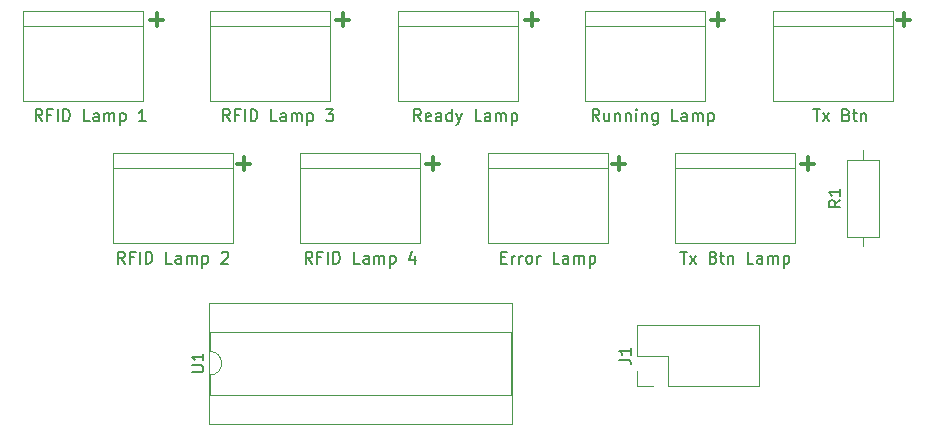
<source format=gto>
%TF.GenerationSoftware,KiCad,Pcbnew,7.0.7*%
%TF.CreationDate,2023-09-28T15:42:35-05:00*%
%TF.ProjectId,iowa-rover-kiosk-lamps,696f7761-2d72-46f7-9665-722d6b696f73,rev?*%
%TF.SameCoordinates,Original*%
%TF.FileFunction,Legend,Top*%
%TF.FilePolarity,Positive*%
%FSLAX46Y46*%
G04 Gerber Fmt 4.6, Leading zero omitted, Abs format (unit mm)*
G04 Created by KiCad (PCBNEW 7.0.7) date 2023-09-28 15:42:35*
%MOMM*%
%LPD*%
G01*
G04 APERTURE LIST*
%ADD10C,0.300000*%
%ADD11C,0.150000*%
%ADD12C,0.120000*%
%ADD13R,3.000000X3.000000*%
%ADD14C,3.000000*%
%ADD15R,1.600000X1.600000*%
%ADD16O,1.600000X1.600000*%
%ADD17R,1.700000X1.700000*%
%ADD18O,1.700000X1.700000*%
%ADD19C,1.600000*%
%ADD20C,2.500000*%
G04 APERTURE END LIST*
D10*
X100537489Y-43425400D02*
X99394632Y-43425400D01*
X99966060Y-43996828D02*
X99966060Y-42853971D01*
X156417489Y-31233400D02*
X155274632Y-31233400D01*
X155846060Y-31804828D02*
X155846060Y-30661971D01*
X93171489Y-31233400D02*
X92028632Y-31233400D01*
X92600060Y-31804828D02*
X92600060Y-30661971D01*
X148289489Y-43425400D02*
X147146632Y-43425400D01*
X147718060Y-43996828D02*
X147718060Y-42853971D01*
X132287489Y-43425400D02*
X131144632Y-43425400D01*
X131716060Y-43996828D02*
X131716060Y-42853971D01*
X124921489Y-31233400D02*
X123778632Y-31233400D01*
X124350060Y-31804828D02*
X124350060Y-30661971D01*
X108919489Y-31233400D02*
X107776632Y-31233400D01*
X108348060Y-31804828D02*
X108348060Y-30661971D01*
X116539489Y-43425400D02*
X115396632Y-43425400D01*
X115968060Y-43996828D02*
X115968060Y-42853971D01*
X140669489Y-31233400D02*
X139526632Y-31233400D01*
X140098060Y-31804828D02*
X140098060Y-30661971D01*
D11*
X89908571Y-51889819D02*
X89575238Y-51413628D01*
X89337143Y-51889819D02*
X89337143Y-50889819D01*
X89337143Y-50889819D02*
X89718095Y-50889819D01*
X89718095Y-50889819D02*
X89813333Y-50937438D01*
X89813333Y-50937438D02*
X89860952Y-50985057D01*
X89860952Y-50985057D02*
X89908571Y-51080295D01*
X89908571Y-51080295D02*
X89908571Y-51223152D01*
X89908571Y-51223152D02*
X89860952Y-51318390D01*
X89860952Y-51318390D02*
X89813333Y-51366009D01*
X89813333Y-51366009D02*
X89718095Y-51413628D01*
X89718095Y-51413628D02*
X89337143Y-51413628D01*
X90670476Y-51366009D02*
X90337143Y-51366009D01*
X90337143Y-51889819D02*
X90337143Y-50889819D01*
X90337143Y-50889819D02*
X90813333Y-50889819D01*
X91194286Y-51889819D02*
X91194286Y-50889819D01*
X91670476Y-51889819D02*
X91670476Y-50889819D01*
X91670476Y-50889819D02*
X91908571Y-50889819D01*
X91908571Y-50889819D02*
X92051428Y-50937438D01*
X92051428Y-50937438D02*
X92146666Y-51032676D01*
X92146666Y-51032676D02*
X92194285Y-51127914D01*
X92194285Y-51127914D02*
X92241904Y-51318390D01*
X92241904Y-51318390D02*
X92241904Y-51461247D01*
X92241904Y-51461247D02*
X92194285Y-51651723D01*
X92194285Y-51651723D02*
X92146666Y-51746961D01*
X92146666Y-51746961D02*
X92051428Y-51842200D01*
X92051428Y-51842200D02*
X91908571Y-51889819D01*
X91908571Y-51889819D02*
X91670476Y-51889819D01*
X93908571Y-51889819D02*
X93432381Y-51889819D01*
X93432381Y-51889819D02*
X93432381Y-50889819D01*
X94670476Y-51889819D02*
X94670476Y-51366009D01*
X94670476Y-51366009D02*
X94622857Y-51270771D01*
X94622857Y-51270771D02*
X94527619Y-51223152D01*
X94527619Y-51223152D02*
X94337143Y-51223152D01*
X94337143Y-51223152D02*
X94241905Y-51270771D01*
X94670476Y-51842200D02*
X94575238Y-51889819D01*
X94575238Y-51889819D02*
X94337143Y-51889819D01*
X94337143Y-51889819D02*
X94241905Y-51842200D01*
X94241905Y-51842200D02*
X94194286Y-51746961D01*
X94194286Y-51746961D02*
X94194286Y-51651723D01*
X94194286Y-51651723D02*
X94241905Y-51556485D01*
X94241905Y-51556485D02*
X94337143Y-51508866D01*
X94337143Y-51508866D02*
X94575238Y-51508866D01*
X94575238Y-51508866D02*
X94670476Y-51461247D01*
X95146667Y-51889819D02*
X95146667Y-51223152D01*
X95146667Y-51318390D02*
X95194286Y-51270771D01*
X95194286Y-51270771D02*
X95289524Y-51223152D01*
X95289524Y-51223152D02*
X95432381Y-51223152D01*
X95432381Y-51223152D02*
X95527619Y-51270771D01*
X95527619Y-51270771D02*
X95575238Y-51366009D01*
X95575238Y-51366009D02*
X95575238Y-51889819D01*
X95575238Y-51366009D02*
X95622857Y-51270771D01*
X95622857Y-51270771D02*
X95718095Y-51223152D01*
X95718095Y-51223152D02*
X95860952Y-51223152D01*
X95860952Y-51223152D02*
X95956191Y-51270771D01*
X95956191Y-51270771D02*
X96003810Y-51366009D01*
X96003810Y-51366009D02*
X96003810Y-51889819D01*
X96480000Y-51223152D02*
X96480000Y-52223152D01*
X96480000Y-51270771D02*
X96575238Y-51223152D01*
X96575238Y-51223152D02*
X96765714Y-51223152D01*
X96765714Y-51223152D02*
X96860952Y-51270771D01*
X96860952Y-51270771D02*
X96908571Y-51318390D01*
X96908571Y-51318390D02*
X96956190Y-51413628D01*
X96956190Y-51413628D02*
X96956190Y-51699342D01*
X96956190Y-51699342D02*
X96908571Y-51794580D01*
X96908571Y-51794580D02*
X96860952Y-51842200D01*
X96860952Y-51842200D02*
X96765714Y-51889819D01*
X96765714Y-51889819D02*
X96575238Y-51889819D01*
X96575238Y-51889819D02*
X96480000Y-51842200D01*
X98099048Y-50985057D02*
X98146667Y-50937438D01*
X98146667Y-50937438D02*
X98241905Y-50889819D01*
X98241905Y-50889819D02*
X98480000Y-50889819D01*
X98480000Y-50889819D02*
X98575238Y-50937438D01*
X98575238Y-50937438D02*
X98622857Y-50985057D01*
X98622857Y-50985057D02*
X98670476Y-51080295D01*
X98670476Y-51080295D02*
X98670476Y-51175533D01*
X98670476Y-51175533D02*
X98622857Y-51318390D01*
X98622857Y-51318390D02*
X98051429Y-51889819D01*
X98051429Y-51889819D02*
X98670476Y-51889819D01*
X105783571Y-51889819D02*
X105450238Y-51413628D01*
X105212143Y-51889819D02*
X105212143Y-50889819D01*
X105212143Y-50889819D02*
X105593095Y-50889819D01*
X105593095Y-50889819D02*
X105688333Y-50937438D01*
X105688333Y-50937438D02*
X105735952Y-50985057D01*
X105735952Y-50985057D02*
X105783571Y-51080295D01*
X105783571Y-51080295D02*
X105783571Y-51223152D01*
X105783571Y-51223152D02*
X105735952Y-51318390D01*
X105735952Y-51318390D02*
X105688333Y-51366009D01*
X105688333Y-51366009D02*
X105593095Y-51413628D01*
X105593095Y-51413628D02*
X105212143Y-51413628D01*
X106545476Y-51366009D02*
X106212143Y-51366009D01*
X106212143Y-51889819D02*
X106212143Y-50889819D01*
X106212143Y-50889819D02*
X106688333Y-50889819D01*
X107069286Y-51889819D02*
X107069286Y-50889819D01*
X107545476Y-51889819D02*
X107545476Y-50889819D01*
X107545476Y-50889819D02*
X107783571Y-50889819D01*
X107783571Y-50889819D02*
X107926428Y-50937438D01*
X107926428Y-50937438D02*
X108021666Y-51032676D01*
X108021666Y-51032676D02*
X108069285Y-51127914D01*
X108069285Y-51127914D02*
X108116904Y-51318390D01*
X108116904Y-51318390D02*
X108116904Y-51461247D01*
X108116904Y-51461247D02*
X108069285Y-51651723D01*
X108069285Y-51651723D02*
X108021666Y-51746961D01*
X108021666Y-51746961D02*
X107926428Y-51842200D01*
X107926428Y-51842200D02*
X107783571Y-51889819D01*
X107783571Y-51889819D02*
X107545476Y-51889819D01*
X109783571Y-51889819D02*
X109307381Y-51889819D01*
X109307381Y-51889819D02*
X109307381Y-50889819D01*
X110545476Y-51889819D02*
X110545476Y-51366009D01*
X110545476Y-51366009D02*
X110497857Y-51270771D01*
X110497857Y-51270771D02*
X110402619Y-51223152D01*
X110402619Y-51223152D02*
X110212143Y-51223152D01*
X110212143Y-51223152D02*
X110116905Y-51270771D01*
X110545476Y-51842200D02*
X110450238Y-51889819D01*
X110450238Y-51889819D02*
X110212143Y-51889819D01*
X110212143Y-51889819D02*
X110116905Y-51842200D01*
X110116905Y-51842200D02*
X110069286Y-51746961D01*
X110069286Y-51746961D02*
X110069286Y-51651723D01*
X110069286Y-51651723D02*
X110116905Y-51556485D01*
X110116905Y-51556485D02*
X110212143Y-51508866D01*
X110212143Y-51508866D02*
X110450238Y-51508866D01*
X110450238Y-51508866D02*
X110545476Y-51461247D01*
X111021667Y-51889819D02*
X111021667Y-51223152D01*
X111021667Y-51318390D02*
X111069286Y-51270771D01*
X111069286Y-51270771D02*
X111164524Y-51223152D01*
X111164524Y-51223152D02*
X111307381Y-51223152D01*
X111307381Y-51223152D02*
X111402619Y-51270771D01*
X111402619Y-51270771D02*
X111450238Y-51366009D01*
X111450238Y-51366009D02*
X111450238Y-51889819D01*
X111450238Y-51366009D02*
X111497857Y-51270771D01*
X111497857Y-51270771D02*
X111593095Y-51223152D01*
X111593095Y-51223152D02*
X111735952Y-51223152D01*
X111735952Y-51223152D02*
X111831191Y-51270771D01*
X111831191Y-51270771D02*
X111878810Y-51366009D01*
X111878810Y-51366009D02*
X111878810Y-51889819D01*
X112355000Y-51223152D02*
X112355000Y-52223152D01*
X112355000Y-51270771D02*
X112450238Y-51223152D01*
X112450238Y-51223152D02*
X112640714Y-51223152D01*
X112640714Y-51223152D02*
X112735952Y-51270771D01*
X112735952Y-51270771D02*
X112783571Y-51318390D01*
X112783571Y-51318390D02*
X112831190Y-51413628D01*
X112831190Y-51413628D02*
X112831190Y-51699342D01*
X112831190Y-51699342D02*
X112783571Y-51794580D01*
X112783571Y-51794580D02*
X112735952Y-51842200D01*
X112735952Y-51842200D02*
X112640714Y-51889819D01*
X112640714Y-51889819D02*
X112450238Y-51889819D01*
X112450238Y-51889819D02*
X112355000Y-51842200D01*
X114450238Y-51223152D02*
X114450238Y-51889819D01*
X114212143Y-50842200D02*
X113974048Y-51556485D01*
X113974048Y-51556485D02*
X114593095Y-51556485D01*
X95549819Y-61086904D02*
X96359342Y-61086904D01*
X96359342Y-61086904D02*
X96454580Y-61039285D01*
X96454580Y-61039285D02*
X96502200Y-60991666D01*
X96502200Y-60991666D02*
X96549819Y-60896428D01*
X96549819Y-60896428D02*
X96549819Y-60705952D01*
X96549819Y-60705952D02*
X96502200Y-60610714D01*
X96502200Y-60610714D02*
X96454580Y-60563095D01*
X96454580Y-60563095D02*
X96359342Y-60515476D01*
X96359342Y-60515476D02*
X95549819Y-60515476D01*
X96549819Y-59515476D02*
X96549819Y-60086904D01*
X96549819Y-59801190D02*
X95549819Y-59801190D01*
X95549819Y-59801190D02*
X95692676Y-59896428D01*
X95692676Y-59896428D02*
X95787914Y-59991666D01*
X95787914Y-59991666D02*
X95835533Y-60086904D01*
X121777618Y-51366009D02*
X122110951Y-51366009D01*
X122253808Y-51889819D02*
X121777618Y-51889819D01*
X121777618Y-51889819D02*
X121777618Y-50889819D01*
X121777618Y-50889819D02*
X122253808Y-50889819D01*
X122682380Y-51889819D02*
X122682380Y-51223152D01*
X122682380Y-51413628D02*
X122729999Y-51318390D01*
X122729999Y-51318390D02*
X122777618Y-51270771D01*
X122777618Y-51270771D02*
X122872856Y-51223152D01*
X122872856Y-51223152D02*
X122968094Y-51223152D01*
X123301428Y-51889819D02*
X123301428Y-51223152D01*
X123301428Y-51413628D02*
X123349047Y-51318390D01*
X123349047Y-51318390D02*
X123396666Y-51270771D01*
X123396666Y-51270771D02*
X123491904Y-51223152D01*
X123491904Y-51223152D02*
X123587142Y-51223152D01*
X124063333Y-51889819D02*
X123968095Y-51842200D01*
X123968095Y-51842200D02*
X123920476Y-51794580D01*
X123920476Y-51794580D02*
X123872857Y-51699342D01*
X123872857Y-51699342D02*
X123872857Y-51413628D01*
X123872857Y-51413628D02*
X123920476Y-51318390D01*
X123920476Y-51318390D02*
X123968095Y-51270771D01*
X123968095Y-51270771D02*
X124063333Y-51223152D01*
X124063333Y-51223152D02*
X124206190Y-51223152D01*
X124206190Y-51223152D02*
X124301428Y-51270771D01*
X124301428Y-51270771D02*
X124349047Y-51318390D01*
X124349047Y-51318390D02*
X124396666Y-51413628D01*
X124396666Y-51413628D02*
X124396666Y-51699342D01*
X124396666Y-51699342D02*
X124349047Y-51794580D01*
X124349047Y-51794580D02*
X124301428Y-51842200D01*
X124301428Y-51842200D02*
X124206190Y-51889819D01*
X124206190Y-51889819D02*
X124063333Y-51889819D01*
X124825238Y-51889819D02*
X124825238Y-51223152D01*
X124825238Y-51413628D02*
X124872857Y-51318390D01*
X124872857Y-51318390D02*
X124920476Y-51270771D01*
X124920476Y-51270771D02*
X125015714Y-51223152D01*
X125015714Y-51223152D02*
X125110952Y-51223152D01*
X126682381Y-51889819D02*
X126206191Y-51889819D01*
X126206191Y-51889819D02*
X126206191Y-50889819D01*
X127444286Y-51889819D02*
X127444286Y-51366009D01*
X127444286Y-51366009D02*
X127396667Y-51270771D01*
X127396667Y-51270771D02*
X127301429Y-51223152D01*
X127301429Y-51223152D02*
X127110953Y-51223152D01*
X127110953Y-51223152D02*
X127015715Y-51270771D01*
X127444286Y-51842200D02*
X127349048Y-51889819D01*
X127349048Y-51889819D02*
X127110953Y-51889819D01*
X127110953Y-51889819D02*
X127015715Y-51842200D01*
X127015715Y-51842200D02*
X126968096Y-51746961D01*
X126968096Y-51746961D02*
X126968096Y-51651723D01*
X126968096Y-51651723D02*
X127015715Y-51556485D01*
X127015715Y-51556485D02*
X127110953Y-51508866D01*
X127110953Y-51508866D02*
X127349048Y-51508866D01*
X127349048Y-51508866D02*
X127444286Y-51461247D01*
X127920477Y-51889819D02*
X127920477Y-51223152D01*
X127920477Y-51318390D02*
X127968096Y-51270771D01*
X127968096Y-51270771D02*
X128063334Y-51223152D01*
X128063334Y-51223152D02*
X128206191Y-51223152D01*
X128206191Y-51223152D02*
X128301429Y-51270771D01*
X128301429Y-51270771D02*
X128349048Y-51366009D01*
X128349048Y-51366009D02*
X128349048Y-51889819D01*
X128349048Y-51366009D02*
X128396667Y-51270771D01*
X128396667Y-51270771D02*
X128491905Y-51223152D01*
X128491905Y-51223152D02*
X128634762Y-51223152D01*
X128634762Y-51223152D02*
X128730001Y-51270771D01*
X128730001Y-51270771D02*
X128777620Y-51366009D01*
X128777620Y-51366009D02*
X128777620Y-51889819D01*
X129253810Y-51223152D02*
X129253810Y-52223152D01*
X129253810Y-51270771D02*
X129349048Y-51223152D01*
X129349048Y-51223152D02*
X129539524Y-51223152D01*
X129539524Y-51223152D02*
X129634762Y-51270771D01*
X129634762Y-51270771D02*
X129682381Y-51318390D01*
X129682381Y-51318390D02*
X129730000Y-51413628D01*
X129730000Y-51413628D02*
X129730000Y-51699342D01*
X129730000Y-51699342D02*
X129682381Y-51794580D01*
X129682381Y-51794580D02*
X129634762Y-51842200D01*
X129634762Y-51842200D02*
X129539524Y-51889819D01*
X129539524Y-51889819D02*
X129349048Y-51889819D01*
X129349048Y-51889819D02*
X129253810Y-51842200D01*
X131754819Y-60028333D02*
X132469104Y-60028333D01*
X132469104Y-60028333D02*
X132611961Y-60075952D01*
X132611961Y-60075952D02*
X132707200Y-60171190D01*
X132707200Y-60171190D02*
X132754819Y-60314047D01*
X132754819Y-60314047D02*
X132754819Y-60409285D01*
X132754819Y-59028333D02*
X132754819Y-59599761D01*
X132754819Y-59314047D02*
X131754819Y-59314047D01*
X131754819Y-59314047D02*
X131897676Y-59409285D01*
X131897676Y-59409285D02*
X131992914Y-59504523D01*
X131992914Y-59504523D02*
X132040533Y-59599761D01*
X150484819Y-46521666D02*
X150008628Y-46854999D01*
X150484819Y-47093094D02*
X149484819Y-47093094D01*
X149484819Y-47093094D02*
X149484819Y-46712142D01*
X149484819Y-46712142D02*
X149532438Y-46616904D01*
X149532438Y-46616904D02*
X149580057Y-46569285D01*
X149580057Y-46569285D02*
X149675295Y-46521666D01*
X149675295Y-46521666D02*
X149818152Y-46521666D01*
X149818152Y-46521666D02*
X149913390Y-46569285D01*
X149913390Y-46569285D02*
X149961009Y-46616904D01*
X149961009Y-46616904D02*
X150008628Y-46712142D01*
X150008628Y-46712142D02*
X150008628Y-47093094D01*
X150484819Y-45569285D02*
X150484819Y-46140713D01*
X150484819Y-45854999D02*
X149484819Y-45854999D01*
X149484819Y-45854999D02*
X149627676Y-45950237D01*
X149627676Y-45950237D02*
X149722914Y-46045475D01*
X149722914Y-46045475D02*
X149770533Y-46140713D01*
X148185476Y-38824819D02*
X148756904Y-38824819D01*
X148471190Y-39824819D02*
X148471190Y-38824819D01*
X148995000Y-39824819D02*
X149518809Y-39158152D01*
X148995000Y-39158152D02*
X149518809Y-39824819D01*
X150995000Y-39301009D02*
X151137857Y-39348628D01*
X151137857Y-39348628D02*
X151185476Y-39396247D01*
X151185476Y-39396247D02*
X151233095Y-39491485D01*
X151233095Y-39491485D02*
X151233095Y-39634342D01*
X151233095Y-39634342D02*
X151185476Y-39729580D01*
X151185476Y-39729580D02*
X151137857Y-39777200D01*
X151137857Y-39777200D02*
X151042619Y-39824819D01*
X151042619Y-39824819D02*
X150661667Y-39824819D01*
X150661667Y-39824819D02*
X150661667Y-38824819D01*
X150661667Y-38824819D02*
X150995000Y-38824819D01*
X150995000Y-38824819D02*
X151090238Y-38872438D01*
X151090238Y-38872438D02*
X151137857Y-38920057D01*
X151137857Y-38920057D02*
X151185476Y-39015295D01*
X151185476Y-39015295D02*
X151185476Y-39110533D01*
X151185476Y-39110533D02*
X151137857Y-39205771D01*
X151137857Y-39205771D02*
X151090238Y-39253390D01*
X151090238Y-39253390D02*
X150995000Y-39301009D01*
X150995000Y-39301009D02*
X150661667Y-39301009D01*
X151518810Y-39158152D02*
X151899762Y-39158152D01*
X151661667Y-38824819D02*
X151661667Y-39681961D01*
X151661667Y-39681961D02*
X151709286Y-39777200D01*
X151709286Y-39777200D02*
X151804524Y-39824819D01*
X151804524Y-39824819D02*
X151899762Y-39824819D01*
X152233096Y-39158152D02*
X152233096Y-39824819D01*
X152233096Y-39253390D02*
X152280715Y-39205771D01*
X152280715Y-39205771D02*
X152375953Y-39158152D01*
X152375953Y-39158152D02*
X152518810Y-39158152D01*
X152518810Y-39158152D02*
X152614048Y-39205771D01*
X152614048Y-39205771D02*
X152661667Y-39301009D01*
X152661667Y-39301009D02*
X152661667Y-39824819D01*
X136938333Y-50889819D02*
X137509761Y-50889819D01*
X137224047Y-51889819D02*
X137224047Y-50889819D01*
X137747857Y-51889819D02*
X138271666Y-51223152D01*
X137747857Y-51223152D02*
X138271666Y-51889819D01*
X139747857Y-51366009D02*
X139890714Y-51413628D01*
X139890714Y-51413628D02*
X139938333Y-51461247D01*
X139938333Y-51461247D02*
X139985952Y-51556485D01*
X139985952Y-51556485D02*
X139985952Y-51699342D01*
X139985952Y-51699342D02*
X139938333Y-51794580D01*
X139938333Y-51794580D02*
X139890714Y-51842200D01*
X139890714Y-51842200D02*
X139795476Y-51889819D01*
X139795476Y-51889819D02*
X139414524Y-51889819D01*
X139414524Y-51889819D02*
X139414524Y-50889819D01*
X139414524Y-50889819D02*
X139747857Y-50889819D01*
X139747857Y-50889819D02*
X139843095Y-50937438D01*
X139843095Y-50937438D02*
X139890714Y-50985057D01*
X139890714Y-50985057D02*
X139938333Y-51080295D01*
X139938333Y-51080295D02*
X139938333Y-51175533D01*
X139938333Y-51175533D02*
X139890714Y-51270771D01*
X139890714Y-51270771D02*
X139843095Y-51318390D01*
X139843095Y-51318390D02*
X139747857Y-51366009D01*
X139747857Y-51366009D02*
X139414524Y-51366009D01*
X140271667Y-51223152D02*
X140652619Y-51223152D01*
X140414524Y-50889819D02*
X140414524Y-51746961D01*
X140414524Y-51746961D02*
X140462143Y-51842200D01*
X140462143Y-51842200D02*
X140557381Y-51889819D01*
X140557381Y-51889819D02*
X140652619Y-51889819D01*
X140985953Y-51223152D02*
X140985953Y-51889819D01*
X140985953Y-51318390D02*
X141033572Y-51270771D01*
X141033572Y-51270771D02*
X141128810Y-51223152D01*
X141128810Y-51223152D02*
X141271667Y-51223152D01*
X141271667Y-51223152D02*
X141366905Y-51270771D01*
X141366905Y-51270771D02*
X141414524Y-51366009D01*
X141414524Y-51366009D02*
X141414524Y-51889819D01*
X143128810Y-51889819D02*
X142652620Y-51889819D01*
X142652620Y-51889819D02*
X142652620Y-50889819D01*
X143890715Y-51889819D02*
X143890715Y-51366009D01*
X143890715Y-51366009D02*
X143843096Y-51270771D01*
X143843096Y-51270771D02*
X143747858Y-51223152D01*
X143747858Y-51223152D02*
X143557382Y-51223152D01*
X143557382Y-51223152D02*
X143462144Y-51270771D01*
X143890715Y-51842200D02*
X143795477Y-51889819D01*
X143795477Y-51889819D02*
X143557382Y-51889819D01*
X143557382Y-51889819D02*
X143462144Y-51842200D01*
X143462144Y-51842200D02*
X143414525Y-51746961D01*
X143414525Y-51746961D02*
X143414525Y-51651723D01*
X143414525Y-51651723D02*
X143462144Y-51556485D01*
X143462144Y-51556485D02*
X143557382Y-51508866D01*
X143557382Y-51508866D02*
X143795477Y-51508866D01*
X143795477Y-51508866D02*
X143890715Y-51461247D01*
X144366906Y-51889819D02*
X144366906Y-51223152D01*
X144366906Y-51318390D02*
X144414525Y-51270771D01*
X144414525Y-51270771D02*
X144509763Y-51223152D01*
X144509763Y-51223152D02*
X144652620Y-51223152D01*
X144652620Y-51223152D02*
X144747858Y-51270771D01*
X144747858Y-51270771D02*
X144795477Y-51366009D01*
X144795477Y-51366009D02*
X144795477Y-51889819D01*
X144795477Y-51366009D02*
X144843096Y-51270771D01*
X144843096Y-51270771D02*
X144938334Y-51223152D01*
X144938334Y-51223152D02*
X145081191Y-51223152D01*
X145081191Y-51223152D02*
X145176430Y-51270771D01*
X145176430Y-51270771D02*
X145224049Y-51366009D01*
X145224049Y-51366009D02*
X145224049Y-51889819D01*
X145700239Y-51223152D02*
X145700239Y-52223152D01*
X145700239Y-51270771D02*
X145795477Y-51223152D01*
X145795477Y-51223152D02*
X145985953Y-51223152D01*
X145985953Y-51223152D02*
X146081191Y-51270771D01*
X146081191Y-51270771D02*
X146128810Y-51318390D01*
X146128810Y-51318390D02*
X146176429Y-51413628D01*
X146176429Y-51413628D02*
X146176429Y-51699342D01*
X146176429Y-51699342D02*
X146128810Y-51794580D01*
X146128810Y-51794580D02*
X146081191Y-51842200D01*
X146081191Y-51842200D02*
X145985953Y-51889819D01*
X145985953Y-51889819D02*
X145795477Y-51889819D01*
X145795477Y-51889819D02*
X145700239Y-51842200D01*
X114983094Y-39824819D02*
X114649761Y-39348628D01*
X114411666Y-39824819D02*
X114411666Y-38824819D01*
X114411666Y-38824819D02*
X114792618Y-38824819D01*
X114792618Y-38824819D02*
X114887856Y-38872438D01*
X114887856Y-38872438D02*
X114935475Y-38920057D01*
X114935475Y-38920057D02*
X114983094Y-39015295D01*
X114983094Y-39015295D02*
X114983094Y-39158152D01*
X114983094Y-39158152D02*
X114935475Y-39253390D01*
X114935475Y-39253390D02*
X114887856Y-39301009D01*
X114887856Y-39301009D02*
X114792618Y-39348628D01*
X114792618Y-39348628D02*
X114411666Y-39348628D01*
X115792618Y-39777200D02*
X115697380Y-39824819D01*
X115697380Y-39824819D02*
X115506904Y-39824819D01*
X115506904Y-39824819D02*
X115411666Y-39777200D01*
X115411666Y-39777200D02*
X115364047Y-39681961D01*
X115364047Y-39681961D02*
X115364047Y-39301009D01*
X115364047Y-39301009D02*
X115411666Y-39205771D01*
X115411666Y-39205771D02*
X115506904Y-39158152D01*
X115506904Y-39158152D02*
X115697380Y-39158152D01*
X115697380Y-39158152D02*
X115792618Y-39205771D01*
X115792618Y-39205771D02*
X115840237Y-39301009D01*
X115840237Y-39301009D02*
X115840237Y-39396247D01*
X115840237Y-39396247D02*
X115364047Y-39491485D01*
X116697380Y-39824819D02*
X116697380Y-39301009D01*
X116697380Y-39301009D02*
X116649761Y-39205771D01*
X116649761Y-39205771D02*
X116554523Y-39158152D01*
X116554523Y-39158152D02*
X116364047Y-39158152D01*
X116364047Y-39158152D02*
X116268809Y-39205771D01*
X116697380Y-39777200D02*
X116602142Y-39824819D01*
X116602142Y-39824819D02*
X116364047Y-39824819D01*
X116364047Y-39824819D02*
X116268809Y-39777200D01*
X116268809Y-39777200D02*
X116221190Y-39681961D01*
X116221190Y-39681961D02*
X116221190Y-39586723D01*
X116221190Y-39586723D02*
X116268809Y-39491485D01*
X116268809Y-39491485D02*
X116364047Y-39443866D01*
X116364047Y-39443866D02*
X116602142Y-39443866D01*
X116602142Y-39443866D02*
X116697380Y-39396247D01*
X117602142Y-39824819D02*
X117602142Y-38824819D01*
X117602142Y-39777200D02*
X117506904Y-39824819D01*
X117506904Y-39824819D02*
X117316428Y-39824819D01*
X117316428Y-39824819D02*
X117221190Y-39777200D01*
X117221190Y-39777200D02*
X117173571Y-39729580D01*
X117173571Y-39729580D02*
X117125952Y-39634342D01*
X117125952Y-39634342D02*
X117125952Y-39348628D01*
X117125952Y-39348628D02*
X117173571Y-39253390D01*
X117173571Y-39253390D02*
X117221190Y-39205771D01*
X117221190Y-39205771D02*
X117316428Y-39158152D01*
X117316428Y-39158152D02*
X117506904Y-39158152D01*
X117506904Y-39158152D02*
X117602142Y-39205771D01*
X117983095Y-39158152D02*
X118221190Y-39824819D01*
X118459285Y-39158152D02*
X118221190Y-39824819D01*
X118221190Y-39824819D02*
X118125952Y-40062914D01*
X118125952Y-40062914D02*
X118078333Y-40110533D01*
X118078333Y-40110533D02*
X117983095Y-40158152D01*
X120078333Y-39824819D02*
X119602143Y-39824819D01*
X119602143Y-39824819D02*
X119602143Y-38824819D01*
X120840238Y-39824819D02*
X120840238Y-39301009D01*
X120840238Y-39301009D02*
X120792619Y-39205771D01*
X120792619Y-39205771D02*
X120697381Y-39158152D01*
X120697381Y-39158152D02*
X120506905Y-39158152D01*
X120506905Y-39158152D02*
X120411667Y-39205771D01*
X120840238Y-39777200D02*
X120745000Y-39824819D01*
X120745000Y-39824819D02*
X120506905Y-39824819D01*
X120506905Y-39824819D02*
X120411667Y-39777200D01*
X120411667Y-39777200D02*
X120364048Y-39681961D01*
X120364048Y-39681961D02*
X120364048Y-39586723D01*
X120364048Y-39586723D02*
X120411667Y-39491485D01*
X120411667Y-39491485D02*
X120506905Y-39443866D01*
X120506905Y-39443866D02*
X120745000Y-39443866D01*
X120745000Y-39443866D02*
X120840238Y-39396247D01*
X121316429Y-39824819D02*
X121316429Y-39158152D01*
X121316429Y-39253390D02*
X121364048Y-39205771D01*
X121364048Y-39205771D02*
X121459286Y-39158152D01*
X121459286Y-39158152D02*
X121602143Y-39158152D01*
X121602143Y-39158152D02*
X121697381Y-39205771D01*
X121697381Y-39205771D02*
X121745000Y-39301009D01*
X121745000Y-39301009D02*
X121745000Y-39824819D01*
X121745000Y-39301009D02*
X121792619Y-39205771D01*
X121792619Y-39205771D02*
X121887857Y-39158152D01*
X121887857Y-39158152D02*
X122030714Y-39158152D01*
X122030714Y-39158152D02*
X122125953Y-39205771D01*
X122125953Y-39205771D02*
X122173572Y-39301009D01*
X122173572Y-39301009D02*
X122173572Y-39824819D01*
X122649762Y-39158152D02*
X122649762Y-40158152D01*
X122649762Y-39205771D02*
X122745000Y-39158152D01*
X122745000Y-39158152D02*
X122935476Y-39158152D01*
X122935476Y-39158152D02*
X123030714Y-39205771D01*
X123030714Y-39205771D02*
X123078333Y-39253390D01*
X123078333Y-39253390D02*
X123125952Y-39348628D01*
X123125952Y-39348628D02*
X123125952Y-39634342D01*
X123125952Y-39634342D02*
X123078333Y-39729580D01*
X123078333Y-39729580D02*
X123030714Y-39777200D01*
X123030714Y-39777200D02*
X122935476Y-39824819D01*
X122935476Y-39824819D02*
X122745000Y-39824819D01*
X122745000Y-39824819D02*
X122649762Y-39777200D01*
X130072380Y-39824819D02*
X129739047Y-39348628D01*
X129500952Y-39824819D02*
X129500952Y-38824819D01*
X129500952Y-38824819D02*
X129881904Y-38824819D01*
X129881904Y-38824819D02*
X129977142Y-38872438D01*
X129977142Y-38872438D02*
X130024761Y-38920057D01*
X130024761Y-38920057D02*
X130072380Y-39015295D01*
X130072380Y-39015295D02*
X130072380Y-39158152D01*
X130072380Y-39158152D02*
X130024761Y-39253390D01*
X130024761Y-39253390D02*
X129977142Y-39301009D01*
X129977142Y-39301009D02*
X129881904Y-39348628D01*
X129881904Y-39348628D02*
X129500952Y-39348628D01*
X130929523Y-39158152D02*
X130929523Y-39824819D01*
X130500952Y-39158152D02*
X130500952Y-39681961D01*
X130500952Y-39681961D02*
X130548571Y-39777200D01*
X130548571Y-39777200D02*
X130643809Y-39824819D01*
X130643809Y-39824819D02*
X130786666Y-39824819D01*
X130786666Y-39824819D02*
X130881904Y-39777200D01*
X130881904Y-39777200D02*
X130929523Y-39729580D01*
X131405714Y-39158152D02*
X131405714Y-39824819D01*
X131405714Y-39253390D02*
X131453333Y-39205771D01*
X131453333Y-39205771D02*
X131548571Y-39158152D01*
X131548571Y-39158152D02*
X131691428Y-39158152D01*
X131691428Y-39158152D02*
X131786666Y-39205771D01*
X131786666Y-39205771D02*
X131834285Y-39301009D01*
X131834285Y-39301009D02*
X131834285Y-39824819D01*
X132310476Y-39158152D02*
X132310476Y-39824819D01*
X132310476Y-39253390D02*
X132358095Y-39205771D01*
X132358095Y-39205771D02*
X132453333Y-39158152D01*
X132453333Y-39158152D02*
X132596190Y-39158152D01*
X132596190Y-39158152D02*
X132691428Y-39205771D01*
X132691428Y-39205771D02*
X132739047Y-39301009D01*
X132739047Y-39301009D02*
X132739047Y-39824819D01*
X133215238Y-39824819D02*
X133215238Y-39158152D01*
X133215238Y-38824819D02*
X133167619Y-38872438D01*
X133167619Y-38872438D02*
X133215238Y-38920057D01*
X133215238Y-38920057D02*
X133262857Y-38872438D01*
X133262857Y-38872438D02*
X133215238Y-38824819D01*
X133215238Y-38824819D02*
X133215238Y-38920057D01*
X133691428Y-39158152D02*
X133691428Y-39824819D01*
X133691428Y-39253390D02*
X133739047Y-39205771D01*
X133739047Y-39205771D02*
X133834285Y-39158152D01*
X133834285Y-39158152D02*
X133977142Y-39158152D01*
X133977142Y-39158152D02*
X134072380Y-39205771D01*
X134072380Y-39205771D02*
X134119999Y-39301009D01*
X134119999Y-39301009D02*
X134119999Y-39824819D01*
X135024761Y-39158152D02*
X135024761Y-39967676D01*
X135024761Y-39967676D02*
X134977142Y-40062914D01*
X134977142Y-40062914D02*
X134929523Y-40110533D01*
X134929523Y-40110533D02*
X134834285Y-40158152D01*
X134834285Y-40158152D02*
X134691428Y-40158152D01*
X134691428Y-40158152D02*
X134596190Y-40110533D01*
X135024761Y-39777200D02*
X134929523Y-39824819D01*
X134929523Y-39824819D02*
X134739047Y-39824819D01*
X134739047Y-39824819D02*
X134643809Y-39777200D01*
X134643809Y-39777200D02*
X134596190Y-39729580D01*
X134596190Y-39729580D02*
X134548571Y-39634342D01*
X134548571Y-39634342D02*
X134548571Y-39348628D01*
X134548571Y-39348628D02*
X134596190Y-39253390D01*
X134596190Y-39253390D02*
X134643809Y-39205771D01*
X134643809Y-39205771D02*
X134739047Y-39158152D01*
X134739047Y-39158152D02*
X134929523Y-39158152D01*
X134929523Y-39158152D02*
X135024761Y-39205771D01*
X136739047Y-39824819D02*
X136262857Y-39824819D01*
X136262857Y-39824819D02*
X136262857Y-38824819D01*
X137500952Y-39824819D02*
X137500952Y-39301009D01*
X137500952Y-39301009D02*
X137453333Y-39205771D01*
X137453333Y-39205771D02*
X137358095Y-39158152D01*
X137358095Y-39158152D02*
X137167619Y-39158152D01*
X137167619Y-39158152D02*
X137072381Y-39205771D01*
X137500952Y-39777200D02*
X137405714Y-39824819D01*
X137405714Y-39824819D02*
X137167619Y-39824819D01*
X137167619Y-39824819D02*
X137072381Y-39777200D01*
X137072381Y-39777200D02*
X137024762Y-39681961D01*
X137024762Y-39681961D02*
X137024762Y-39586723D01*
X137024762Y-39586723D02*
X137072381Y-39491485D01*
X137072381Y-39491485D02*
X137167619Y-39443866D01*
X137167619Y-39443866D02*
X137405714Y-39443866D01*
X137405714Y-39443866D02*
X137500952Y-39396247D01*
X137977143Y-39824819D02*
X137977143Y-39158152D01*
X137977143Y-39253390D02*
X138024762Y-39205771D01*
X138024762Y-39205771D02*
X138120000Y-39158152D01*
X138120000Y-39158152D02*
X138262857Y-39158152D01*
X138262857Y-39158152D02*
X138358095Y-39205771D01*
X138358095Y-39205771D02*
X138405714Y-39301009D01*
X138405714Y-39301009D02*
X138405714Y-39824819D01*
X138405714Y-39301009D02*
X138453333Y-39205771D01*
X138453333Y-39205771D02*
X138548571Y-39158152D01*
X138548571Y-39158152D02*
X138691428Y-39158152D01*
X138691428Y-39158152D02*
X138786667Y-39205771D01*
X138786667Y-39205771D02*
X138834286Y-39301009D01*
X138834286Y-39301009D02*
X138834286Y-39824819D01*
X139310476Y-39158152D02*
X139310476Y-40158152D01*
X139310476Y-39205771D02*
X139405714Y-39158152D01*
X139405714Y-39158152D02*
X139596190Y-39158152D01*
X139596190Y-39158152D02*
X139691428Y-39205771D01*
X139691428Y-39205771D02*
X139739047Y-39253390D01*
X139739047Y-39253390D02*
X139786666Y-39348628D01*
X139786666Y-39348628D02*
X139786666Y-39634342D01*
X139786666Y-39634342D02*
X139739047Y-39729580D01*
X139739047Y-39729580D02*
X139691428Y-39777200D01*
X139691428Y-39777200D02*
X139596190Y-39824819D01*
X139596190Y-39824819D02*
X139405714Y-39824819D01*
X139405714Y-39824819D02*
X139310476Y-39777200D01*
X82923571Y-39824819D02*
X82590238Y-39348628D01*
X82352143Y-39824819D02*
X82352143Y-38824819D01*
X82352143Y-38824819D02*
X82733095Y-38824819D01*
X82733095Y-38824819D02*
X82828333Y-38872438D01*
X82828333Y-38872438D02*
X82875952Y-38920057D01*
X82875952Y-38920057D02*
X82923571Y-39015295D01*
X82923571Y-39015295D02*
X82923571Y-39158152D01*
X82923571Y-39158152D02*
X82875952Y-39253390D01*
X82875952Y-39253390D02*
X82828333Y-39301009D01*
X82828333Y-39301009D02*
X82733095Y-39348628D01*
X82733095Y-39348628D02*
X82352143Y-39348628D01*
X83685476Y-39301009D02*
X83352143Y-39301009D01*
X83352143Y-39824819D02*
X83352143Y-38824819D01*
X83352143Y-38824819D02*
X83828333Y-38824819D01*
X84209286Y-39824819D02*
X84209286Y-38824819D01*
X84685476Y-39824819D02*
X84685476Y-38824819D01*
X84685476Y-38824819D02*
X84923571Y-38824819D01*
X84923571Y-38824819D02*
X85066428Y-38872438D01*
X85066428Y-38872438D02*
X85161666Y-38967676D01*
X85161666Y-38967676D02*
X85209285Y-39062914D01*
X85209285Y-39062914D02*
X85256904Y-39253390D01*
X85256904Y-39253390D02*
X85256904Y-39396247D01*
X85256904Y-39396247D02*
X85209285Y-39586723D01*
X85209285Y-39586723D02*
X85161666Y-39681961D01*
X85161666Y-39681961D02*
X85066428Y-39777200D01*
X85066428Y-39777200D02*
X84923571Y-39824819D01*
X84923571Y-39824819D02*
X84685476Y-39824819D01*
X86923571Y-39824819D02*
X86447381Y-39824819D01*
X86447381Y-39824819D02*
X86447381Y-38824819D01*
X87685476Y-39824819D02*
X87685476Y-39301009D01*
X87685476Y-39301009D02*
X87637857Y-39205771D01*
X87637857Y-39205771D02*
X87542619Y-39158152D01*
X87542619Y-39158152D02*
X87352143Y-39158152D01*
X87352143Y-39158152D02*
X87256905Y-39205771D01*
X87685476Y-39777200D02*
X87590238Y-39824819D01*
X87590238Y-39824819D02*
X87352143Y-39824819D01*
X87352143Y-39824819D02*
X87256905Y-39777200D01*
X87256905Y-39777200D02*
X87209286Y-39681961D01*
X87209286Y-39681961D02*
X87209286Y-39586723D01*
X87209286Y-39586723D02*
X87256905Y-39491485D01*
X87256905Y-39491485D02*
X87352143Y-39443866D01*
X87352143Y-39443866D02*
X87590238Y-39443866D01*
X87590238Y-39443866D02*
X87685476Y-39396247D01*
X88161667Y-39824819D02*
X88161667Y-39158152D01*
X88161667Y-39253390D02*
X88209286Y-39205771D01*
X88209286Y-39205771D02*
X88304524Y-39158152D01*
X88304524Y-39158152D02*
X88447381Y-39158152D01*
X88447381Y-39158152D02*
X88542619Y-39205771D01*
X88542619Y-39205771D02*
X88590238Y-39301009D01*
X88590238Y-39301009D02*
X88590238Y-39824819D01*
X88590238Y-39301009D02*
X88637857Y-39205771D01*
X88637857Y-39205771D02*
X88733095Y-39158152D01*
X88733095Y-39158152D02*
X88875952Y-39158152D01*
X88875952Y-39158152D02*
X88971191Y-39205771D01*
X88971191Y-39205771D02*
X89018810Y-39301009D01*
X89018810Y-39301009D02*
X89018810Y-39824819D01*
X89495000Y-39158152D02*
X89495000Y-40158152D01*
X89495000Y-39205771D02*
X89590238Y-39158152D01*
X89590238Y-39158152D02*
X89780714Y-39158152D01*
X89780714Y-39158152D02*
X89875952Y-39205771D01*
X89875952Y-39205771D02*
X89923571Y-39253390D01*
X89923571Y-39253390D02*
X89971190Y-39348628D01*
X89971190Y-39348628D02*
X89971190Y-39634342D01*
X89971190Y-39634342D02*
X89923571Y-39729580D01*
X89923571Y-39729580D02*
X89875952Y-39777200D01*
X89875952Y-39777200D02*
X89780714Y-39824819D01*
X89780714Y-39824819D02*
X89590238Y-39824819D01*
X89590238Y-39824819D02*
X89495000Y-39777200D01*
X91685476Y-39824819D02*
X91114048Y-39824819D01*
X91399762Y-39824819D02*
X91399762Y-38824819D01*
X91399762Y-38824819D02*
X91304524Y-38967676D01*
X91304524Y-38967676D02*
X91209286Y-39062914D01*
X91209286Y-39062914D02*
X91114048Y-39110533D01*
X98798571Y-39824819D02*
X98465238Y-39348628D01*
X98227143Y-39824819D02*
X98227143Y-38824819D01*
X98227143Y-38824819D02*
X98608095Y-38824819D01*
X98608095Y-38824819D02*
X98703333Y-38872438D01*
X98703333Y-38872438D02*
X98750952Y-38920057D01*
X98750952Y-38920057D02*
X98798571Y-39015295D01*
X98798571Y-39015295D02*
X98798571Y-39158152D01*
X98798571Y-39158152D02*
X98750952Y-39253390D01*
X98750952Y-39253390D02*
X98703333Y-39301009D01*
X98703333Y-39301009D02*
X98608095Y-39348628D01*
X98608095Y-39348628D02*
X98227143Y-39348628D01*
X99560476Y-39301009D02*
X99227143Y-39301009D01*
X99227143Y-39824819D02*
X99227143Y-38824819D01*
X99227143Y-38824819D02*
X99703333Y-38824819D01*
X100084286Y-39824819D02*
X100084286Y-38824819D01*
X100560476Y-39824819D02*
X100560476Y-38824819D01*
X100560476Y-38824819D02*
X100798571Y-38824819D01*
X100798571Y-38824819D02*
X100941428Y-38872438D01*
X100941428Y-38872438D02*
X101036666Y-38967676D01*
X101036666Y-38967676D02*
X101084285Y-39062914D01*
X101084285Y-39062914D02*
X101131904Y-39253390D01*
X101131904Y-39253390D02*
X101131904Y-39396247D01*
X101131904Y-39396247D02*
X101084285Y-39586723D01*
X101084285Y-39586723D02*
X101036666Y-39681961D01*
X101036666Y-39681961D02*
X100941428Y-39777200D01*
X100941428Y-39777200D02*
X100798571Y-39824819D01*
X100798571Y-39824819D02*
X100560476Y-39824819D01*
X102798571Y-39824819D02*
X102322381Y-39824819D01*
X102322381Y-39824819D02*
X102322381Y-38824819D01*
X103560476Y-39824819D02*
X103560476Y-39301009D01*
X103560476Y-39301009D02*
X103512857Y-39205771D01*
X103512857Y-39205771D02*
X103417619Y-39158152D01*
X103417619Y-39158152D02*
X103227143Y-39158152D01*
X103227143Y-39158152D02*
X103131905Y-39205771D01*
X103560476Y-39777200D02*
X103465238Y-39824819D01*
X103465238Y-39824819D02*
X103227143Y-39824819D01*
X103227143Y-39824819D02*
X103131905Y-39777200D01*
X103131905Y-39777200D02*
X103084286Y-39681961D01*
X103084286Y-39681961D02*
X103084286Y-39586723D01*
X103084286Y-39586723D02*
X103131905Y-39491485D01*
X103131905Y-39491485D02*
X103227143Y-39443866D01*
X103227143Y-39443866D02*
X103465238Y-39443866D01*
X103465238Y-39443866D02*
X103560476Y-39396247D01*
X104036667Y-39824819D02*
X104036667Y-39158152D01*
X104036667Y-39253390D02*
X104084286Y-39205771D01*
X104084286Y-39205771D02*
X104179524Y-39158152D01*
X104179524Y-39158152D02*
X104322381Y-39158152D01*
X104322381Y-39158152D02*
X104417619Y-39205771D01*
X104417619Y-39205771D02*
X104465238Y-39301009D01*
X104465238Y-39301009D02*
X104465238Y-39824819D01*
X104465238Y-39301009D02*
X104512857Y-39205771D01*
X104512857Y-39205771D02*
X104608095Y-39158152D01*
X104608095Y-39158152D02*
X104750952Y-39158152D01*
X104750952Y-39158152D02*
X104846191Y-39205771D01*
X104846191Y-39205771D02*
X104893810Y-39301009D01*
X104893810Y-39301009D02*
X104893810Y-39824819D01*
X105370000Y-39158152D02*
X105370000Y-40158152D01*
X105370000Y-39205771D02*
X105465238Y-39158152D01*
X105465238Y-39158152D02*
X105655714Y-39158152D01*
X105655714Y-39158152D02*
X105750952Y-39205771D01*
X105750952Y-39205771D02*
X105798571Y-39253390D01*
X105798571Y-39253390D02*
X105846190Y-39348628D01*
X105846190Y-39348628D02*
X105846190Y-39634342D01*
X105846190Y-39634342D02*
X105798571Y-39729580D01*
X105798571Y-39729580D02*
X105750952Y-39777200D01*
X105750952Y-39777200D02*
X105655714Y-39824819D01*
X105655714Y-39824819D02*
X105465238Y-39824819D01*
X105465238Y-39824819D02*
X105370000Y-39777200D01*
X106941429Y-38824819D02*
X107560476Y-38824819D01*
X107560476Y-38824819D02*
X107227143Y-39205771D01*
X107227143Y-39205771D02*
X107370000Y-39205771D01*
X107370000Y-39205771D02*
X107465238Y-39253390D01*
X107465238Y-39253390D02*
X107512857Y-39301009D01*
X107512857Y-39301009D02*
X107560476Y-39396247D01*
X107560476Y-39396247D02*
X107560476Y-39634342D01*
X107560476Y-39634342D02*
X107512857Y-39729580D01*
X107512857Y-39729580D02*
X107465238Y-39777200D01*
X107465238Y-39777200D02*
X107370000Y-39824819D01*
X107370000Y-39824819D02*
X107084286Y-39824819D01*
X107084286Y-39824819D02*
X106989048Y-39777200D01*
X106989048Y-39777200D02*
X106941429Y-39729580D01*
D12*
%TO.C,RFID Lamp 2*%
X99060000Y-50165000D02*
X99060000Y-42545000D01*
X99060000Y-42545000D02*
X88900000Y-42545000D01*
X88900000Y-50165000D02*
X99060000Y-50165000D01*
X88900000Y-43815000D02*
X99060000Y-43815000D01*
X88900000Y-42545000D02*
X88900000Y-50165000D01*
%TO.C,RFID Lamp 4*%
X114935000Y-50165000D02*
X114935000Y-42545000D01*
X114935000Y-42545000D02*
X104775000Y-42545000D01*
X104775000Y-50165000D02*
X114935000Y-50165000D01*
X104775000Y-43815000D02*
X114935000Y-43815000D01*
X104775000Y-42545000D02*
X104775000Y-50165000D01*
%TO.C,U1*%
X97035000Y-65465000D02*
X122675000Y-65465000D01*
X122675000Y-65465000D02*
X122675000Y-55185000D01*
X97095000Y-62975000D02*
X122615000Y-62975000D01*
X122615000Y-62975000D02*
X122615000Y-57675000D01*
X97095000Y-61325000D02*
X97095000Y-62975000D01*
X97095000Y-57675000D02*
X97095000Y-59325000D01*
X122615000Y-57675000D02*
X97095000Y-57675000D01*
X97035000Y-55185000D02*
X97035000Y-65465000D01*
X122675000Y-55185000D02*
X97035000Y-55185000D01*
X97095000Y-61325000D02*
G75*
G03*
X97095000Y-59325000I0J1000000D01*
G01*
%TO.C,Error Lamp*%
X130810000Y-50165000D02*
X130810000Y-42545000D01*
X130810000Y-42545000D02*
X120650000Y-42545000D01*
X120650000Y-50165000D02*
X130810000Y-50165000D01*
X120650000Y-43815000D02*
X130810000Y-43815000D01*
X120650000Y-42545000D02*
X120650000Y-50165000D01*
%TO.C,J1*%
X133300000Y-62295000D02*
X133300000Y-60965000D01*
X134630000Y-62295000D02*
X133300000Y-62295000D01*
X135900000Y-62295000D02*
X143580000Y-62295000D01*
X135900000Y-62295000D02*
X135900000Y-59695000D01*
X143580000Y-62295000D02*
X143580000Y-57095000D01*
X133300000Y-59695000D02*
X133300000Y-57095000D01*
X135900000Y-59695000D02*
X133300000Y-59695000D01*
X133300000Y-57095000D02*
X143580000Y-57095000D01*
%TO.C,R1*%
X152400000Y-50395000D02*
X152400000Y-49625000D01*
X151030000Y-49625000D02*
X153770000Y-49625000D01*
X153770000Y-49625000D02*
X153770000Y-43085000D01*
X151030000Y-43085000D02*
X151030000Y-49625000D01*
X153770000Y-43085000D02*
X151030000Y-43085000D01*
X152400000Y-42315000D02*
X152400000Y-43085000D01*
%TO.C,Tx Btn*%
X154940000Y-38100000D02*
X154940000Y-30480000D01*
X154940000Y-30480000D02*
X144780000Y-30480000D01*
X144780000Y-38100000D02*
X154940000Y-38100000D01*
X144780000Y-31750000D02*
X154940000Y-31750000D01*
X144780000Y-30480000D02*
X144780000Y-38100000D01*
%TO.C,Tx Btn Lamp*%
X146685000Y-50165000D02*
X146685000Y-42545000D01*
X146685000Y-42545000D02*
X136525000Y-42545000D01*
X136525000Y-50165000D02*
X146685000Y-50165000D01*
X136525000Y-43815000D02*
X146685000Y-43815000D01*
X136525000Y-42545000D02*
X136525000Y-50165000D01*
%TO.C,Ready Lamp*%
X123190000Y-38100000D02*
X123190000Y-30480000D01*
X123190000Y-30480000D02*
X113030000Y-30480000D01*
X113030000Y-38100000D02*
X123190000Y-38100000D01*
X113030000Y-31750000D02*
X123190000Y-31750000D01*
X113030000Y-30480000D02*
X113030000Y-38100000D01*
%TO.C,Running Lamp*%
X139065000Y-38100000D02*
X139065000Y-30480000D01*
X139065000Y-30480000D02*
X128905000Y-30480000D01*
X128905000Y-38100000D02*
X139065000Y-38100000D01*
X128905000Y-31750000D02*
X139065000Y-31750000D01*
X128905000Y-30480000D02*
X128905000Y-38100000D01*
%TO.C,RFID Lamp 1*%
X91440000Y-38100000D02*
X91440000Y-30480000D01*
X91440000Y-30480000D02*
X81280000Y-30480000D01*
X81280000Y-38100000D02*
X91440000Y-38100000D01*
X81280000Y-31750000D02*
X91440000Y-31750000D01*
X81280000Y-30480000D02*
X81280000Y-38100000D01*
%TO.C,RFID Lamp 3*%
X107315000Y-38100000D02*
X107315000Y-30480000D01*
X107315000Y-30480000D02*
X97155000Y-30480000D01*
X97155000Y-38100000D02*
X107315000Y-38100000D01*
X97155000Y-31750000D02*
X107315000Y-31750000D01*
X97155000Y-30480000D02*
X97155000Y-38100000D01*
%TD*%
%LPC*%
D13*
%TO.C,RFID Lamp 2*%
X96520000Y-46355000D03*
D14*
X91440000Y-46355000D03*
%TD*%
D13*
%TO.C,RFID Lamp 4*%
X112395000Y-46355000D03*
D14*
X107315000Y-46355000D03*
%TD*%
D15*
%TO.C,U1*%
X98425000Y-64135000D03*
D16*
X100965000Y-64135000D03*
X103505000Y-64135000D03*
X106045000Y-64135000D03*
X108585000Y-64135000D03*
X111125000Y-64135000D03*
X113665000Y-64135000D03*
X116205000Y-64135000D03*
X118745000Y-64135000D03*
X121285000Y-64135000D03*
X121285000Y-56515000D03*
X118745000Y-56515000D03*
X116205000Y-56515000D03*
X113665000Y-56515000D03*
X111125000Y-56515000D03*
X108585000Y-56515000D03*
X106045000Y-56515000D03*
X103505000Y-56515000D03*
X100965000Y-56515000D03*
X98425000Y-56515000D03*
%TD*%
D13*
%TO.C,Error Lamp*%
X128270000Y-46355000D03*
D14*
X123190000Y-46355000D03*
%TD*%
D17*
%TO.C,J1*%
X134630000Y-60965000D03*
D18*
X134630000Y-58425000D03*
X137170000Y-60965000D03*
X137170000Y-58425000D03*
X139710000Y-60965000D03*
X139710000Y-58425000D03*
X142250000Y-60965000D03*
X142250000Y-58425000D03*
%TD*%
D19*
%TO.C,R1*%
X152400000Y-51435000D03*
D16*
X152400000Y-41275000D03*
%TD*%
D13*
%TO.C,Tx Btn*%
X152400000Y-34290000D03*
D14*
X147320000Y-34290000D03*
%TD*%
D13*
%TO.C,Tx Btn Lamp*%
X144145000Y-46355000D03*
D14*
X139065000Y-46355000D03*
%TD*%
D20*
%TO.C,REF\u002A\u002A*%
X158750000Y-33020000D03*
%TD*%
%TO.C,REF\u002A\u002A*%
X77470000Y-63500000D03*
%TD*%
D13*
%TO.C,Ready Lamp*%
X120650000Y-34290000D03*
D14*
X115570000Y-34290000D03*
%TD*%
D13*
%TO.C,Running Lamp*%
X136525000Y-34290000D03*
D14*
X131445000Y-34290000D03*
%TD*%
D20*
%TO.C,REF\u002A\u002A*%
X77470000Y-33020000D03*
%TD*%
%TO.C,REF\u002A\u002A*%
X158750000Y-63500000D03*
%TD*%
D13*
%TO.C,RFID Lamp 1*%
X88900000Y-34290000D03*
D14*
X83820000Y-34290000D03*
%TD*%
D13*
%TO.C,RFID Lamp 3*%
X104775000Y-34290000D03*
D14*
X99695000Y-34290000D03*
%TD*%
%LPD*%
M02*

</source>
